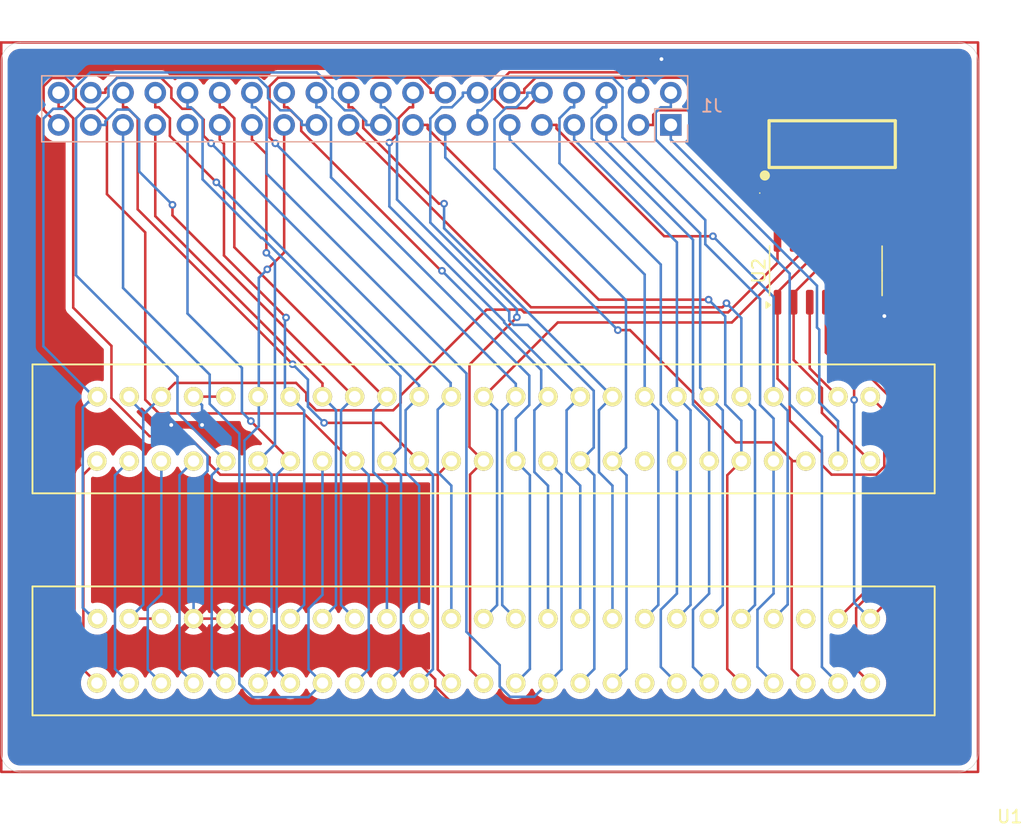
<source format=kicad_pcb>
(kicad_pcb (version 20240108) (generator "pcbnew") (generator_version "8.0")
  (layers (0 "F.Cu" signal) (31 "B.Cu" signal) (34 "B.Paste" user) (35 "F.Paste" user) (36 "B.SilkS" user "B.Silkscreen") (37 "F.SilkS" user "F.Silkscreen") (38 "B.Mask" user) (39 "F.Mask" user) (44 "Edge.Cuts" user))
  (net 0 "")
  (net 1 "/SLTSL_0")
  (net 2 "/A4")
  (net 3 "/D5")
  (net 4 "/D3")
  (net 5 "/A15")
  (net 6 "/A3")
  (net 7 "/MREQ")
  (net 8 "/D6")
  (net 9 "/SOUNDIN")
  (net 10 "/RESET")
  (net 11 "+5V")
  (net 12 "/A2")
  (net 13 "/A13")
  (net 14 "/INT")
  (net 15 "/M1")
  (net 16 "/A11")
  (net 17 "/D1")
  (net 18 "/A7")
  (net 19 "/D7")
  (net 20 "/RD")
  (net 21 "/SLTSL_1")
  (net 22 "/WAIT")
  (net 23 "/WR")
  (net 24 "/CLOCK")
  (net 25 "/A6")
  (net 26 "/A9")
  (net 27 "GND")
  (net 28 "/IORQ")
  (net 29 "/D0")
  (net 30 "/D2")
  (net 31 "/A12")
  (net 32 "/A0")
  (net 33 "/A8")
  (net 34 "/A1")
  (net 35 "/BUSDIR")
  (net 36 "/A14")
  (net 37 "/A5")
  (net 38 "/D4")
  (net 39 "/RFSH")
  (net 40 "/A10")
  (net 41 "/-12V")
  (net 42 "/SW1")
  (net 43 "/CS12_0")
  (net 44 "/SW2")
  (net 45 "/+12V")
  (net 46 "/CS2_0")
  (net 49 "/CS1_0")
  (net 50 "/CS12_1")
  (net 51 "/CS1_1")
  (net 52 "/CS2_1")
  (net 55 "/SLTSL1")
  (net 60 "/SLTSL0")
  (footprint "Package_SO:SOIC-14_3.9x8.7mm_P1.27mm" (layer "F.Cu") (at 173.5 91 90)
    (property "Reference" "U2")
    (property "Value" "74LS08")
  )
  (footprint "msx:MSX_SLOT" (layer "F.Cu") (at 147.58 102.08)
    (property "Reference" "P1" (hide yes))
    (property "Value" "CONN_MSXSLOT" (hide yes))
  )
  (footprint "msx:MSX_SLOT" (layer "F.Cu") (at 147.58 119.58)
    (property "Reference" "P2" (hide yes))
    (property "Value" "CONN_MSXSLOT" (hide yes))
  )
  (footprint "msx:SOIC-16_L10.8-W4.5-P1.27-LS6.8-BL" (layer "F.Cu") (at 174 81)
    (property "Reference" "U1")
    (property "Value" "74LS139")
  )
  (footprint "Connector_PinHeader_2.54mm:PinHeader_2x20_P2.54mm_Vertical" (layer "B.Cu") (at 161.28 79.5 90)
    (property "Reference" "J1")
    (property "Value" "Conn_02x20_Odd_Even")
  )
  (gr_rect (start 108.5 73) (end 185.5 130.5) (stroke (width 0.2)) (fill none) (layer "F.Cu"))
  (gr_line (start 110 73) (end 184 73) (stroke (width 0.05)) (layer "Edge.Cuts"))
  (gr_line (start 185.5 74.5) (end 185.5 129) (stroke (width 0.05)) (layer "Edge.Cuts"))
  (gr_arc (start 185.5 129) (mid 185.06066 130.06066) (end 184 130.5) (stroke (width 0.05)) (layer "Edge.Cuts"))
  (gr_line (start 108.5 129) (end 108.5 74.5) (stroke (width 0.05)) (layer "Edge.Cuts"))
  (gr_arc (start 110 130.5) (mid 108.93934 130.06066) (end 108.5 129) (stroke (width 0.05)) (layer "Edge.Cuts"))
  (gr_arc (start 108.5 74.5) (mid 108.93934 73.43934) (end 110 73) (stroke (width 0.05)) (layer "Edge.Cuts"))
  (gr_arc (start 184 73) (mid 185.06066 73.43934) (end 185.5 74.5) (stroke (width 0.05)) (layer "Edge.Cuts"))
  (gr_line (start 184 130.5) (end 110 130.5) (stroke (width 0.05)) (layer "Edge.Cuts"))
  (segment (start 161.28 80.6517) (end 172.802 92.1742) (width 0.2) (layer "B.Cu") (net 1))
  (segment (start 172.984 95.6456) (end 172.984 101.376) (width 0.2) (layer "B.Cu") (net 1))
  (segment (start 174.46 102.852) (end 174.46 106) (width 0.2) (layer "B.Cu") (net 1))
  (segment (start 161.28 79.5) (end 161.28 80.6517) (width 0.2) (layer "B.Cu") (net 1))
  (segment (start 172.984 101.376) (end 174.46 102.852) (width 0.2) (layer "B.Cu") (net 1))
  (segment (start 172.802 92.1742) (end 172.802 95.4644) (width 0.2) (layer "B.Cu") (net 1))
  (segment (start 172.802 95.4644) (end 172.984 95.6456) (width 0.2) (layer "B.Cu") (net 1))
  (segment (start 123.46 78.1117) (end 124.369 79.0209) (width 0.2) (layer "B.Cu") (net 2))
  (segment (start 123.18 78.1117) (end 123.46 78.1117) (width 0.2) (layer "B.Cu") (net 2))
  (segment (start 124.369 79.0209) (end 124.369 83.7942) (width 0.2) (layer "B.Cu") (net 2))
  (segment (start 139.964 104.936) (end 138.9 106) (width 0.2) (layer "B.Cu") (net 2))
  (segment (start 123.18 76.96) (end 123.18 78.1117) (width 0.2) (layer "B.Cu") (net 2))
  (segment (start 129.088 88.4137) (end 139.964 99.2893) (width 0.2) (layer "B.Cu") (net 2))
  (segment (start 124.369 83.7942) (end 128.988 88.4137) (width 0.2) (layer "B.Cu") (net 2))
  (segment (start 140.011 107.111) (end 138.9 106) (width 0.2) (layer "B.Cu") (net 2))
  (segment (start 140.011 122.389) (end 140.011 107.111) (width 0.2) (layer "B.Cu") (net 2))
  (segment (start 138.9 123.5) (end 140.011 122.389) (width 0.2) (layer "B.Cu") (net 2))
  (segment (start 128.988 88.4137) (end 129.088 88.4137) (width 0.2) (layer "B.Cu") (net 2))
  (segment (start 139.964 99.2893) (end 139.964 104.936) (width 0.2) (layer "B.Cu") (net 2))
  (segment (start 125.72 80.6517) (end 126.056 80.9875) (width 0.2) (layer "F.Cu") (net 3))
  (segment (start 126.056 89.7918) (end 130.949 94.685) (width 0.2) (layer "F.Cu") (net 3))
  (segment (start 125.72 79.5) (end 125.72 80.6517) (width 0.2) (layer "F.Cu") (net 3))
  (segment (start 126.056 80.9875) (end 126.056 89.7918) (width 0.2) (layer "F.Cu") (net 3))
  (via (at 130.949 94.685) (size 0.6) (drill 0.3) (layers "F.Cu" "B.Cu") (net 3))
  (segment (start 131.28 100.92) (end 132.378 102.018) (width 0.2) (layer "B.Cu") (net 3))
  (segment (start 130.862 94.7722) (end 130.862 100.502) (width 0.2) (layer "B.Cu") (net 3))
  (segment (start 130.949 94.685) (end 130.862 94.7722) (width 0.2) (layer "B.Cu") (net 3))
  (segment (start 130.862 100.502) (end 131.28 100.92) (width 0.2) (layer "B.Cu") (net 3))
  (segment (start 132.378 102.018) (end 132.378 117.322) (width 0.2) (layer "B.Cu") (net 3))
  (segment (start 132.378 117.322) (end 131.28 118.42) (width 0.2) (layer "B.Cu") (net 3))
  (segment (start 133.82 100.92) (end 133.82 99.8694) (width 0.2) (layer "F.Cu") (net 4))
  (segment (start 133.82 99.8694) (end 120.64 86.6894) (width 0.2) (layer "F.Cu") (net 4))
  (segment (start 120.64 86.6894) (end 120.64 79.5) (width 0.2) (layer "F.Cu") (net 4))
  (segment (start 133.82 100.92) (end 134.884 101.984) (width 0.2) (layer "B.Cu") (net 4))
  (segment (start 134.884 117.356) (end 133.82 118.42) (width 0.2) (layer "B.Cu") (net 4))
  (segment (start 134.884 101.984) (end 134.884 117.356) (width 0.2) (layer "B.Cu") (net 4))
  (segment (start 172.095 83.9718) (end 172.095 82.7701) (width 0.2) (layer "F.Cu") (net 5))
  (segment (start 172.095 82.7701) (end 173.365 81.5001) (width 0.2) (layer "F.Cu") (net 5))
  (segment (start 173.365 76.8265) (end 171.891 75.3524) (width 0.2) (layer "F.Cu") (net 5))
  (segment (start 171.891 75.3524) (end 148.553 75.3524) (width 0.2) (layer "F.Cu") (net 5))
  (segment (start 147.41 76.4958) (end 147.41 77.4781) (width 0.2) (layer "F.Cu") (net 5))
  (segment (start 148.553 75.3524) (end 147.41 76.4958) (width 0.2) (layer "F.Cu") (net 5))
  (segment (start 147.41 77.4781) (end 148.102 78.1701) (width 0.2) (layer "F.Cu") (net 5))
  (segment (start 173.365 78.0282) (end 173.365 76.8265) (width 0.2) (layer "F.Cu") (net 5))
  (segment (start 148.102 78.1701) (end 149.91 78.1701) (width 0.2) (layer "F.Cu") (net 5))
  (segment (start 149.91 78.1701) (end 151.12 76.96) (width 0.2) (layer "F.Cu") (net 5))
  (segment (start 173.365 81.5001) (end 173.365 78.0282) (width 0.2) (layer "F.Cu") (net 5))
  (segment (start 157.791 122.389) (end 157.791 107.111) (width 0.2) (layer "B.Cu") (net 5))
  (segment (start 156.68 106) (end 157.744 104.936) (width 0.2) (layer "B.Cu") (net 5))
  (segment (start 148.313 78.1117) (end 149.105 78.1117) (width 0.2) (layer "B.Cu") (net 5))
  (segment (start 156.68 123.5) (end 157.791 122.389) (width 0.2) (layer "B.Cu") (net 5))
  (segment (start 157.791 107.111) (end 156.68 106) (width 0.2) (layer "B.Cu") (net 5))
  (segment (start 147.381 79.0438) (end 148.313 78.1117) (width 0.2) (layer "B.Cu") (net 5))
  (segment (start 157.744 93.3203) (end 147.381 82.9574) (width 0.2) (layer "B.Cu") (net 5))
  (segment (start 157.744 104.936) (end 157.744 93.3203) (width 0.2) (layer "B.Cu") (net 5))
  (segment (start 149.105 78.1117) (end 149.968 77.248) (width 0.2) (layer "B.Cu") (net 5))
  (segment (start 149.968 77.248) (end 149.968 76.96) (width 0.2) (layer "B.Cu") (net 5))
  (segment (start 149.968 76.96) (end 151.12 76.96) (width 0.2) (layer "B.Cu") (net 5))
  (segment (start 147.381 82.9574) (end 147.381 79.0438) (width 0.2) (layer "B.Cu") (net 5))
  (segment (start 121.792 78.9754) (end 121.792 80.3663) (width 0.2) (layer "F.Cu") (net 6))
  (segment (start 121.792 80.3663) (end 125.454 84.0287) (width 0.2) (layer "F.Cu") (net 6))
  (segment (start 120.64 78.1117) (end 120.928 78.1117) (width 0.2) (layer "F.Cu") (net 6))
  (segment (start 120.64 76.96) (end 120.64 78.1117) (width 0.2) (layer "F.Cu") (net 6))
  (segment (start 120.928 78.1117) (end 121.792 78.9754) (width 0.2) (layer "F.Cu") (net 6))
  (via (at 125.454 84.0287) (size 0.6) (drill 0.3) (layers "F.Cu" "B.Cu") (net 6))
  (segment (start 141.44 107.938) (end 140.376 106.875) (width 0.2) (layer "B.Cu") (net 6))
  (segment (start 141.44 100.015) (end 125.454 84.0287) (width 0.2) (layer "B.Cu") (net 6))
  (segment (start 141.44 118.42) (end 141.44 107.938) (width 0.2) (layer "B.Cu") (net 6))
  (segment (start 140.376 106.875) (end 140.376 101.984) (width 0.2) (layer "B.Cu") (net 6))
  (segment (start 141.44 100.92) (end 141.44 100.015) (width 0.2) (layer "B.Cu") (net 6))
  (segment (start 140.376 101.984) (end 141.44 100.92) (width 0.2) (layer "B.Cu") (net 6))
  (segment (start 163.03 117.716) (end 163.03 122.23) (width 0.2) (layer "B.Cu") (net 7))
  (segment (start 164.3 106) (end 164.3 116.446) (width 0.2) (layer "B.Cu") (net 7))
  (segment (start 163.03 101.539) (end 164.3 102.809) (width 0.2) (layer "B.Cu") (net 7))
  (segment (start 163.03 88.5515) (end 163.03 101.539) (width 0.2) (layer "B.Cu") (net 7))
  (segment (start 155.044 80.5653) (end 163.03 88.5515) (width 0.2) (layer "B.Cu") (net 7))
  (segment (start 156.2 76.96) (end 156.2 78.1117) (width 0.2) (layer "B.Cu") (net 7))
  (segment (start 155.912 78.1117) (end 155.044 78.98) (width 0.2) (layer "B.Cu") (net 7))
  (segment (start 163.03 122.23) (end 164.3 123.5) (width 0.2) (layer "B.Cu") (net 7))
  (segment (start 156.2 78.1117) (end 155.912 78.1117) (width 0.2) (layer "B.Cu") (net 7))
  (segment (start 164.3 116.446) (end 163.03 117.716) (width 0.2) (layer "B.Cu") (net 7))
  (segment (start 164.3 102.809) (end 164.3 106) (width 0.2) (layer "B.Cu") (net 7))
  (segment (start 155.044 78.98) (end 155.044 80.5653) (width 0.2) (layer "B.Cu") (net 7))
  (segment (start 128.26 80.6517) (end 129.398 81.7898) (width 0.2) (layer "F.Cu") (net 8))
  (segment (start 129.398 81.7898) (end 129.398 89.581) (width 0.2) (layer "F.Cu") (net 8))
  (segment (start 128.26 79.5) (end 128.26 80.6517) (width 0.2) (layer "F.Cu") (net 8))
  (via (at 129.398 89.581) (size 0.6) (drill 0.3) (layers "F.Cu" "B.Cu") (net 8))
  (segment (start 129.805 107.065) (end 129.805 122.435) (width 0.2) (layer "B.Cu") (net 8))
  (segment (start 130.073 90.2557) (end 129.398 89.581) (width 0.2) (layer "B.Cu") (net 8))
  (segment (start 128.74 106) (end 129.805 107.065) (width 0.2) (layer "B.Cu") (net 8))
  (segment (start 130.073 104.667) (end 130.073 90.2557) (width 0.2) (layer "B.Cu") (net 8))
  (segment (start 129.805 122.435) (end 128.74 123.5) (width 0.2) (layer "B.Cu") (net 8))
  (segment (start 128.74 106) (end 130.073 104.667) (width 0.2) (layer "B.Cu") (net 8))
  (segment (start 113.414 78.23) (end 114.196 77.4477) (width 0.2) (layer "B.Cu") (net 9))
  (segment (start 114.196 76.6895) (end 115.523 75.3627) (width 0.2) (layer "B.Cu") (net 9))
  (segment (start 115.648 101.352) (end 116.08 100.92) (width 0.2) (layer "B.Cu") (net 9))
  (segment (start 115.358 117.988) (end 115.648 117.988) (width 0.2) (layer "B.Cu") (net 9))
  (segment (start 114.926 117.556) (end 114.926 101.784) (width 0.2) (layer "B.Cu") (net 9))
  (segment (start 115.79 100.92) (end 111.821 96.9509) (width 0.2) (layer "B.Cu") (net 9))
  (segment (start 115.79 118.42) (end 115.358 117.988) (width 0.2) (layer "B.Cu") (net 9))
  (segment (start 114.196 77.4477) (end 114.196 76.6895) (width 0.2) (layer "B.Cu") (net 9))
  (segment (start 115.358 101.352) (end 115.79 100.92) (width 0.2) (layer "B.Cu") (net 9))
  (segment (start 115.648 117.988) (end 116.08 118.42) (width 0.2) (layer "B.Cu") (net 9))
  (segment (start 112.592 78.23) (end 113.414 78.23) (width 0.2) (layer "B.Cu") (net 9))
  (segment (start 111.821 79.0014) (end 112.592 78.23) (width 0.2) (layer "B.Cu") (net 9))
  (segment (start 136.405 78.3483) (end 137.268 79.212) (width 0.2) (layer "B.Cu") (net 9))
  (segment (start 133.379 75.3627) (end 134.61 76.5941) (width 0.2) (layer "B.Cu") (net 9))
  (segment (start 111.821 96.9509) (end 111.821 79.0014) (width 0.2) (layer "B.Cu") (net 9))
  (segment (start 137.268 79.212) (end 137.268 79.5) (width 0.2) (layer "B.Cu") (net 9))
  (segment (start 134.61 77.3784) (end 135.58 78.3483) (width 0.2) (layer "B.Cu") (net 9))
  (segment (start 115.523 75.3627) (end 133.379 75.3627) (width 0.2) (layer "B.Cu") (net 9))
  (segment (start 115.358 101.352) (end 115.648 101.352) (width 0.2) (layer "B.Cu") (net 9))
  (segment (start 135.58 78.3483) (end 136.405 78.3483) (width 0.2) (layer "B.Cu") (net 9))
  (segment (start 137.268 79.5) (end 138.42 79.5) (width 0.2) (layer "B.Cu") (net 9))
  (segment (start 115.358 117.988) (end 114.926 117.556) (width 0.2) (layer "B.Cu") (net 9))
  (segment (start 134.61 76.5941) (end 134.61 77.3784) (width 0.2) (layer "B.Cu") (net 9))
  (segment (start 114.926 101.784) (end 115.358 101.352) (width 0.2) (layer "B.Cu") (net 9))
  (segment (start 160.296 117.342) (end 159.22 118.418) (width 0.2) (layer "B.Cu") (net 10))
  (segment (start 159.22 91.2917) (end 159.22 100.92) (width 0.2) (layer "B.Cu") (net 10))
  (segment (start 160.296 101.996) (end 160.296 117.342) (width 0.2) (layer "B.Cu") (net 10))
  (segment (start 148.58 79.5) (end 148.58 80.6517) (width 0.2) (layer "B.Cu") (net 10))
  (segment (start 159.22 118.418) (end 159.22 118.42) (width 0.2) (layer "B.Cu") (net 10))
  (segment (start 148.58 80.6517) (end 159.22 91.2917) (width 0.2) (layer "B.Cu") (net 10))
  (segment (start 159.22 100.92) (end 160.296 101.996) (width 0.2) (layer "B.Cu") (net 10))
  (segment (start 170.19 79.8649) (end 170.19 88.025) (width 0.2) (layer "F.Cu") (net 11))
  (segment (start 132.55 100.648) (end 132.55 101.224) (width 0.2) (layer "F.Cu") (net 11))
  (segment (start 159.892 78.7082) (end 160.252 78.3483) (width 0.2) (layer "F.Cu") (net 11))
  (segment (start 139.985 101.406) (end 139.985 100.828) (width 0.2) (layer "F.Cu") (net 11))
  (segment (start 165.794 94.278) (end 169.69 90.382) (width 0.2) (layer "F.Cu") (net 11))
  (segment (start 168.424 78.3483) (end 169.306 79.2299) (width 0.2) (layer "F.Cu") (net 11))
  (segment (start 169.69 90.382) (end 169.69 88.525) (width 0.2) (layer "F.Cu") (net 11))
  (segment (start 146.753 94.0598) (end 149.498 94.0598) (width 0.2) (layer "F.Cu") (net 11))
  (segment (start 169.555 78.0282) (end 169.555 79.2299) (width 0.2) (layer "F.Cu") (net 11))
  (segment (start 133.322 101.996) (end 139.396 101.996) (width 0.2) (layer "F.Cu") (net 11))
  (segment (start 159.892 79.5) (end 159.892 78.7082) (width 0.2) (layer "F.Cu") (net 11))
  (segment (start 169.306 79.2299) (end 169.555 79.2299) (width 0.2) (layer "F.Cu") (net 11))
  (segment (start 149.498 94.0598) (end 149.716 94.278) (width 0.2) (layer "F.Cu") (net 11))
  (segment (start 131.741 99.8387) (end 132.55 100.648) (width 0.2) (layer "F.Cu") (net 11))
  (segment (start 139.396 101.996) (end 139.985 101.406) (width 0.2) (layer "F.Cu") (net 11))
  (segment (start 160.252 78.3483) (end 168.424 78.3483) (width 0.2) (layer "F.Cu") (net 11))
  (segment (start 122.201 99.8387) (end 131.741 99.8387) (width 0.2) (layer "F.Cu") (net 11))
  (segment (start 149.716 94.278) (end 165.794 94.278) (width 0.2) (layer "F.Cu") (net 11))
  (segment (start 118.58 118.42) (end 121.12 118.42) (width 0.2) (layer "F.Cu") (net 11))
  (segment (start 170.19 88.025) (end 169.69 88.525) (width 0.2) (layer "F.Cu") (net 11))
  (segment (start 132.55 101.224) (end 133.322 101.996) (width 0.2) (layer "F.Cu") (net 11))
  (segment (start 158.74 79.5) (end 159.892 79.5) (width 0.2) (layer "F.Cu") (net 11))
  (segment (start 169.555 79.2299) (end 170.19 79.8649) (width 0.2) (layer "F.Cu") (net 11))
  (segment (start 121.12 100.92) (end 122.201 99.8387) (width 0.2) (layer "F.Cu") (net 11))
  (segment (start 139.985 100.828) (end 146.753 94.0598) (width 0.2) (layer "F.Cu") (net 11))
  (segment (start 118.58 101.079) (end 118.58 100.92) (width 0.2) (layer "B.Cu") (net 11))
  (segment (start 119.85 102.19) (end 119.691 102.19) (width 0.2) (layer "B.Cu") (net 11))
  (segment (start 119.691 102.19) (end 118.58 101.079) (width 0.2) (layer "B.Cu") (net 11))
  (segment (start 118.58 118.42) (end 119.691 117.309) (width 0.2) (layer "B.Cu") (net 11))
  (segment (start 121.12 100.92) (end 119.85 102.19) (width 0.2) (layer "B.Cu") (net 11))
  (segment (start 119.691 117.309) (end 119.691 102.19) (width 0.2) (layer "B.Cu") (net 11))
  (segment (start 119.252 78.9754) (end 119.252 86.152) (width 0.2) (layer "F.Cu") (net 12))
  (segment (start 118.1 76.96) (end 118.1 78.1117) (width 0.2) (layer "F.Cu") (net 12))
  (segment (start 138.426 102.986) (end 141.44 106) (width 0.2) (layer "F.Cu") (net 12))
  (segment (start 118.1 78.1117) (end 118.388 78.1117) (width 0.2) (layer "F.Cu") (net 12))
  (segment (start 133.947 102.986) (end 138.426 102.986) (width 0.2) (layer "F.Cu") (net 12))
  (segment (start 119.252 86.152) (end 131.464 98.3638) (width 0.2) (layer "F.Cu") (net 12))
  (segment (start 118.388 78.1117) (end 119.252 78.9754) (width 0.2) (layer "F.Cu") (net 12))
  (via (at 133.947 102.986) (size 0.6) (drill 0.3) (layers "F.Cu" "B.Cu") (net 12))
  (via (at 131.464 98.3638) (size 0.6) (drill 0.3) (layers "F.Cu" "B.Cu") (net 12))
  (segment (start 132.673 99.5734) (end 132.673 101.712) (width 0.2) (layer "B.Cu") (net 12))
  (segment (start 132.673 101.712) (end 133.947 102.986) (width 0.2) (layer "B.Cu") (net 12))
  (segment (start 141.44 123.5) (end 142.527 122.413) (width 0.2) (layer "B.Cu") (net 12))
  (segment (start 142.527 107.087) (end 141.44 106) (width 0.2) (layer "B.Cu") (net 12))
  (segment (start 131.464 98.3638) (end 132.673 99.5734) (width 0.2) (layer "B.Cu") (net 12))
  (segment (start 142.527 122.413) (end 142.527 107.087) (width 0.2) (layer "B.Cu") (net 12))
  (segment (start 145.456 107.064) (end 146.52 106) (width 0.2) (layer "F.Cu") (net 13))
  (segment (start 149.145 94.6615) (end 145.409 98.3982) (width 0.2) (layer "F.Cu") (net 13))
  (segment (start 145.456 122.436) (end 145.456 107.064) (width 0.2) (layer "F.Cu") (net 13))
  (segment (start 145.409 104.889) (end 146.52 106) (width 0.2) (layer "F.Cu") (net 13))
  (segment (start 146.52 123.5) (end 145.456 122.436) (width 0.2) (layer "F.Cu") (net 13))
  (segment (start 145.409 98.3982) (end 145.409 104.889) (width 0.2) (layer "F.Cu") (net 13))
  (via (at 149.145 94.6615) (size 0.6) (drill 0.3) (layers "F.Cu" "B.Cu") (net 13))
  (segment (start 149.145 94.0225) (end 149.145 94.6615) (width 0.2) (layer "B.Cu") (net 13))
  (segment (start 142.321 87.1983) (end 149.145 94.0225) (width 0.2) (layer "B.Cu") (net 13))
  (segment (start 143.2 78.1117) (end 142.321 78.9904) (width 0.2) (layer "B.Cu") (net 13))
  (segment (start 144.888 77.248) (end 144.025 78.1117) (width 0.2) (layer "B.Cu") (net 13))
  (segment (start 144.025 78.1117) (end 143.2 78.1117) (width 0.2) (layer "B.Cu") (net 13))
  (segment (start 142.321 78.9904) (end 142.321 87.1983) (width 0.2) (layer "B.Cu") (net 13))
  (segment (start 144.888 76.96) (end 144.888 77.248) (width 0.2) (layer "B.Cu") (net 13))
  (segment (start 146.04 76.96) (end 144.888 76.96) (width 0.2) (layer "B.Cu") (net 13))
  (segment (start 157.47 80.4725) (end 163.997 86.9996) (width 0.2) (layer "B.Cu") (net 14))
  (segment (start 146.04 78.3483) (end 146.328 78.3483) (width 0.2) (layer "B.Cu") (net 14))
  (segment (start 168.316 93.2225) (end 168.316 101.58) (width 0.2) (layer "B.Cu") (net 14))
  (segment (start 147.192 77.4846) (end 147.192 76.6844) (width 0.2) (layer "B.Cu") (net 14))
  (segment (start 147.192 76.6844) (end 148.108 75.7682) (width 0.2) (layer "B.Cu") (net 14))
  (segment (start 146.328 78.3483) (end 147.192 77.4846) (width 0.2) (layer "B.Cu") (net 14))
  (segment (start 168.11 117.716) (end 169.38 116.446) (width 0.2) (layer "B.Cu") (net 14))
  (segment (start 146.04 79.5) (end 146.04 78.3483) (width 0.2) (layer "B.Cu") (net 14))
  (segment (start 169.38 123.5) (end 168.11 122.23) (width 0.2) (layer "B.Cu") (net 14))
  (segment (start 157.47 76.5621) (end 157.47 80.4725) (width 0.2) (layer "B.Cu") (net 14))
  (segment (start 163.997 88.9033) (end 168.316 93.2225) (width 0.2) (layer "B.Cu") (net 14))
  (segment (start 168.316 101.58) (end 169.38 102.644) (width 0.2) (layer "B.Cu") (net 14))
  (segment (start 168.11 122.23) (end 168.11 117.716) (width 0.2) (layer "B.Cu") (net 14))
  (segment (start 148.108 75.7682) (end 156.676 75.7682) (width 0.2) (layer "B.Cu") (net 14))
  (segment (start 156.676 75.7682) (end 157.47 76.5621) (width 0.2) (layer "B.Cu") (net 14))
  (segment (start 169.38 102.644) (end 169.38 106) (width 0.2) (layer "B.Cu") (net 14))
  (segment (start 163.997 86.9996) (end 163.997 88.9033) (width 0.2) (layer "B.Cu") (net 14))
  (segment (start 169.38 116.446) (end 169.38 106) (width 0.2) (layer "B.Cu") (net 14))
  (segment (start 150.256 93.8763) (end 165.345 93.8763) (width 0.2) (layer "F.Cu") (net 15))
  (segment (start 165.345 93.8763) (end 165.667 93.5543) (width 0.2) (layer "F.Cu") (net 15))
  (segment (start 135.88 79.5) (end 150.256 93.8763) (width 0.2) (layer "F.Cu") (net 15))
  (via (at 165.667 93.5543) (size 0.6) (drill 0.3) (layers "F.Cu" "B.Cu") (net 15))
  (segment (start 166.84 100.92) (end 166.84 94.7275) (width 0.2) (layer "B.Cu") (net 15))
  (segment (start 166.84 94.7275) (end 165.667 93.5543) (width 0.2) (layer "B.Cu") (net 15))
  (segment (start 167.916 117.342) (end 166.84 118.418) (width 0.2) (layer "B.Cu") (net 15))
  (segment (start 166.84 118.418) (end 166.84 118.42) (width 0.2) (layer "B.Cu") (net 15))
  (segment (start 167.916 101.996) (end 167.916 117.342) (width 0.2) (layer "B.Cu") (net 15))
  (segment (start 166.84 100.92) (end 167.916 101.996) (width 0.2) (layer "B.Cu") (net 15))
  (segment (start 140.96 76.96) (end 140.96 78.1117) (width 0.2) (layer "F.Cu") (net 16))
  (segment (start 140.672 78.1117) (end 139.808 78.9754) (width 0.2) (layer "F.Cu") (net 16))
  (segment (start 139.808 78.9754) (end 139.808 80.18) (width 0.2) (layer "F.Cu") (net 16))
  (segment (start 139.808 80.18) (end 139.094 80.8942) (width 0.2) (layer "F.Cu") (net 16))
  (segment (start 140.96 78.1117) (end 140.672 78.1117) (width 0.2) (layer "F.Cu") (net 16))
  (via (at 139.094 80.8942) (size 0.6) (drill 0.3) (layers "F.Cu" "B.Cu") (net 16))
  (segment (start 153.065 106.864) (end 153.065 101.995) (width 0.2) (layer "B.Cu") (net 16))
  (segment (start 154.14 107.938) (end 153.065 106.864) (width 0.2) (layer "B.Cu") (net 16))
  (segment (start 153.985 100.92) (end 154.14 100.92) (width 0.2) (layer "B.Cu") (net 16))
  (segment (start 153.065 101.995) (end 154.14 100.92) (width 0.2) (layer "B.Cu") (net 16))
  (segment (start 154.14 118.42) (end 154.14 107.938) (width 0.2) (layer "B.Cu") (net 16))
  (segment (start 139.094 85.9259) (end 148.142 94.9738) (width 0.2) (layer "B.Cu") (net 16))
  (segment (start 139.094 80.8942) (end 139.094 85.9259) (width 0.2) (layer "B.Cu") (net 16))
  (segment (start 148.142 95.0769) (end 153.985 100.92) (width 0.2) (layer "B.Cu") (net 16))
  (segment (start 148.142 94.9738) (end 148.142 95.0769) (width 0.2) (layer "B.Cu") (net 16))
  (segment (start 136.286 100.92) (end 136.36 100.92) (width 0.2) (layer "F.Cu") (net 17))
  (segment (start 121.995 86.6287) (end 136.286 100.92) (width 0.2) (layer "F.Cu") (net 17))
  (segment (start 121.995 85.7979) (end 121.995 86.6287) (width 0.2) (layer "F.Cu") (net 17))
  (via (at 121.995 85.7979) (size 0.6) (drill 0.3) (layers "F.Cu" "B.Cu") (net 17))
  (segment (start 119.37 79.0817) (end 119.37 83.1733) (width 0.2) (layer "B.Cu") (net 17))
  (segment (start 135.285 117.345) (end 135.285 101.995) (width 0.2) (layer "B.Cu") (net 17))
  (segment (start 136.36 118.42) (end 135.285 117.345) (width 0.2) (layer "B.Cu") (net 17))
  (segment (start 135.285 101.995) (end 136.36 100.92) (width 0.2) (layer "B.Cu") (net 17))
  (segment (start 118.578 78.2899) (end 119.37 79.0817) (width 0.2) (layer "B.Cu") (net 17))
  (segment (start 116.712 79.5) (end 116.712 79.2121) (width 0.2) (layer "B.Cu") (net 17))
  (segment (start 117.634 78.2899) (end 118.578 78.2899) (width 0.2) (layer "B.Cu") (net 17))
  (segment (start 116.712 79.2121) (end 117.634 78.2899) (width 0.2) (layer "B.Cu") (net 17))
  (segment (start 115.56 79.5) (end 116.712 79.5) (width 0.2) (layer "B.Cu") (net 17))
  (segment (start 119.37 83.1733) (end 121.995 85.7979) (width 0.2) (layer "B.Cu") (net 17))
  (segment (start 132.144 79.9727) (end 143.17 90.9992) (width 0.2) (layer "F.Cu") (net 18))
  (segment (start 130.8 76.96) (end 130.8 78.1117) (width 0.2) (layer "F.Cu") (net 18))
  (segment (start 143.17 90.9992) (end 143.242 90.9992) (width 0.2) (layer "F.Cu") (net 18))
  (segment (start 132.144 79.1867) (end 132.144 79.9727) (width 0.2) (layer "F.Cu") (net 18))
  (segment (start 130.8 78.1117) (end 131.068 78.1117) (width 0.2) (layer "F.Cu") (net 18))
  (segment (start 131.068 78.1117) (end 132.144 79.1867) (width 0.2) (layer "F.Cu") (net 18))
  (via (at 143.242 90.9992) (size 0.6) (drill 0.3) (layers "F.Cu" "B.Cu") (net 18))
  (segment (start 151.6 118.42) (end 151.6 107.938) (width 0.2) (layer "B.Cu") (net 18))
  (segment (start 151.063 100.92) (end 151.6 100.92) (width 0.2) (layer "B.Cu") (net 18))
  (segment (start 151.063 98.8195) (end 151.063 100.92) (width 0.2) (layer "B.Cu") (net 18))
  (segment (start 143.242 90.9992) (end 151.063 98.8195) (width 0.2) (layer "B.Cu") (net 18))
  (segment (start 150.525 106.864) (end 150.525 101.995) (width 0.2) (layer "B.Cu") (net 18))
  (segment (start 150.525 101.995) (end 151.063 101.457) (width 0.2) (layer "B.Cu") (net 18))
  (segment (start 151.063 101.457) (end 151.063 100.92) (width 0.2) (layer "B.Cu") (net 18))
  (segment (start 151.6 107.938) (end 150.525 106.864) (width 0.2) (layer "B.Cu") (net 18))
  (segment (start 130.8 79.5) (end 130.8 89.5559) (width 0.2) (layer "F.Cu") (net 19))
  (segment (start 130.8 89.5559) (end 129.471 90.8848) (width 0.2) (layer "F.Cu") (net 19))
  (via (at 129.471 90.8848) (size 0.6) (drill 0.3) (layers "F.Cu" "B.Cu") (net 19))
  (segment (start 129.471 90.8848) (end 128.802 91.5534) (width 0.2) (layer "B.Cu") (net 19))
  (segment (start 128.74 100.92) (end 128.802 100.92) (width 0.2) (layer "B.Cu") (net 19))
  (segment (start 128.802 103.254) (end 128.802 100.92) (width 0.2) (layer "B.Cu") (net 19))
  (segment (start 128.802 91.5534) (end 128.802 100.92) (width 0.2) (layer "B.Cu") (net 19))
  (segment (start 127.672 104.384) (end 128.802 103.254) (width 0.2) (layer "B.Cu") (net 19))
  (segment (start 127.672 117.352) (end 127.672 104.384) (width 0.2) (layer "B.Cu") (net 19))
  (segment (start 128.74 118.42) (end 127.672 117.352) (width 0.2) (layer "B.Cu") (net 19))
  (segment (start 161.76 106) (end 161.76 116.446) (width 0.2) (layer "B.Cu") (net 20))
  (segment (start 161.76 102.809) (end 161.76 106) (width 0.2) (layer "B.Cu") (net 20))
  (segment (start 152.504 78.98) (end 152.504 82.521) (width 0.2) (layer "B.Cu") (net 20))
  (segment (start 152.504 82.521) (end 160.49 90.5072) (width 0.2) (layer "B.Cu") (net 20))
  (segment (start 160.49 101.539) (end 161.76 102.809) (width 0.2) (layer "B.Cu") (net 20))
  (segment (start 153.372 78.1117) (end 152.504 78.98) (width 0.2) (layer "B.Cu") (net 20))
  (segment (start 161.76 116.446) (end 160.49 117.716) (width 0.2) (layer "B.Cu") (net 20))
  (segment (start 153.66 76.96) (end 153.66 78.1117) (width 0.2) (layer "B.Cu") (net 20))
  (segment (start 153.66 78.1117) (end 153.372 78.1117) (width 0.2) (layer "B.Cu") (net 20))
  (segment (start 160.49 122.23) (end 161.76 123.5) (width 0.2) (layer "B.Cu") (net 20))
  (segment (start 160.49 90.5072) (end 160.49 101.539) (width 0.2) (layer "B.Cu") (net 20))
  (segment (start 160.49 117.716) (end 160.49 122.23) (width 0.2) (layer "B.Cu") (net 20))
  (segment (start 170.65 91.2125) (end 170.65 101.526) (width 0.2) (layer "B.Cu") (net 21))
  (segment (start 160.488 78.1117) (end 160.089 78.5105) (width 0.2) (layer "B.Cu") (net 21))
  (segment (start 160.089 80.6519) (end 170.65 91.2125) (width 0.2) (layer "B.Cu") (net 21))
  (segment (start 161.28 76.96) (end 161.28 78.1117) (width 0.2) (layer "B.Cu") (net 21))
  (segment (start 173.19 104.066) (end 173.19 122.23) (width 0.2) (layer "B.Cu") (net 21))
  (segment (start 170.65 101.526) (end 173.19 104.066) (width 0.2) (layer "B.Cu") (net 21))
  (segment (start 161.28 78.1117) (end 160.488 78.1117) (width 0.2) (layer "B.Cu") (net 21))
  (segment (start 160.089 78.5105) (end 160.089 80.6519) (width 0.2) (layer "B.Cu") (net 21))
  (segment (start 173.19 122.23) (end 174.46 123.5) (width 0.2) (layer "B.Cu") (net 21))
  (segment (start 152.272 79.5) (end 152.272 79.7879) (width 0.2) (layer "F.Cu") (net 22))
  (segment (start 151.12 79.5) (end 152.272 79.5) (width 0.2) (layer "F.Cu") (net 22))
  (segment (start 152.272 79.7879) (end 160.759 88.2749) (width 0.2) (layer "F.Cu") (net 22))
  (segment (start 160.759 88.2749) (end 164.599 88.2749) (width 0.2) (layer "F.Cu") (net 22))
  (via (at 164.599 88.2749) (size 0.6) (drill 0.3) (layers "F.Cu" "B.Cu") (net 22))
  (segment (start 169.38 118.42) (end 170.491 117.309) (width 0.2) (layer "B.Cu") (net 22))
  (segment (start 164.599 88.2749) (end 169.38 93.0561) (width 0.2) (layer "B.Cu") (net 22))
  (segment (start 170.491 117.309) (end 170.491 102.031) (width 0.2) (layer "B.Cu") (net 22))
  (segment (start 169.38 93.0561) (end 169.38 100.92) (width 0.2) (layer "B.Cu") (net 22))
  (segment (start 170.491 102.031) (end 169.38 100.92) (width 0.2) (layer "B.Cu") (net 22))
  (segment (start 162.836 117.342) (end 161.76 118.418) (width 0.2) (layer "B.Cu") (net 23))
  (segment (start 162.836 101.996) (end 162.836 117.342) (width 0.2) (layer "B.Cu") (net 23))
  (segment (start 153.66 80.6517) (end 161.76 88.7517) (width 0.2) (layer "B.Cu") (net 23))
  (segment (start 161.76 88.7517) (end 161.76 100.92) (width 0.2) (layer "B.Cu") (net 23))
  (segment (start 161.76 118.418) (end 161.76 118.42) (width 0.2) (layer "B.Cu") (net 23))
  (segment (start 161.76 100.92) (end 162.836 101.996) (width 0.2) (layer "B.Cu") (net 23))
  (segment (start 153.66 79.5) (end 153.66 80.6517) (width 0.2) (layer "B.Cu") (net 23))
  (segment (start 126.2 106) (end 122.39 102.19) (width 0.2) (layer "B.Cu") (net 24))
  (segment (start 125.089 107.111) (end 126.2 106) (width 0.2) (layer "B.Cu") (net 24))
  (segment (start 128.722 75.7863) (end 129.53 76.5941) (width 0.2) (layer "B.Cu") (net 24))
  (segment (start 115.142 78.23) (end 115.975 78.23) (width 0.2) (layer "B.Cu") (net 24))
  (segment (start 125.089 122.389) (end 125.089 107.111) (width 0.2) (layer "B.Cu") (net 24))
  (segment (start 114.396 78.9752) (end 115.142 78.23) (width 0.2) (layer "B.Cu") (net 24))
  (segment (start 132.188 79.5) (end 133.34 79.5) (width 0.2) (layer "B.Cu") (net 24))
  (segment (start 114.396 91.3611) (end 114.396 78.9752) (width 0.2) (layer "B.Cu") (net 24))
  (segment (start 131.325 78.3483) (end 132.188 79.212) (width 0.2) (layer "B.Cu") (net 24))
  (segment (start 122.39 102.19) (end 122.39 99.3547) (width 0.2) (layer "B.Cu") (net 24))
  (segment (start 129.53 76.5941) (end 129.53 77.3784) (width 0.2) (layer "B.Cu") (net 24))
  (segment (start 116.948 77.2563) (end 116.948 76.4828) (width 0.2) (layer "B.Cu") (net 24))
  (segment (start 122.39 99.3547) (end 114.396 91.3611) (width 0.2) (layer "B.Cu") (net 24))
  (segment (start 116.948 76.4828) (end 117.645 75.7863) (width 0.2) (layer "B.Cu") (net 24))
  (segment (start 132.188 79.212) (end 132.188 79.5) (width 0.2) (layer "B.Cu") (net 24))
  (segment (start 130.5 78.3483) (end 131.325 78.3483) (width 0.2) (layer "B.Cu") (net 24))
  (segment (start 117.645 75.7863) (end 128.722 75.7863) (width 0.2) (layer "B.Cu") (net 24))
  (segment (start 115.975 78.23) (end 116.948 77.2563) (width 0.2) (layer "B.Cu") (net 24))
  (segment (start 126.2 123.5) (end 125.089 122.389) (width 0.2) (layer "B.Cu") (net 24))
  (segment (start 129.53 77.3784) (end 130.5 78.3483) (width 0.2) (layer "B.Cu") (net 24))
  (segment (start 152.665 122.435) (end 152.665 107.065) (width 0.2) (layer "B.Cu") (net 25))
  (segment (start 128.548 78.1117) (end 129.412 78.9754) (width 0.2) (layer "B.Cu") (net 25))
  (segment (start 147.79 123.764) (end 148.607 124.582) (width 0.2) (layer "B.Cu") (net 25))
  (segment (start 148.607 124.582) (end 150.518 124.582) (width 0.2) (layer "B.Cu") (net 25))
  (segment (start 151.6 123.5) (end 152.665 122.435) (width 0.2) (layer "B.Cu") (net 25))
  (segment (start 128.26 76.96) (end 128.26 78.1117) (width 0.2) (layer "B.Cu") (net 25))
  (segment (start 129.412 83.3352) (end 145.167 99.0903) (width 0.2) (layer "B.Cu") (net 25))
  (segment (start 145.167 119.458) (end 147.79 122.081) (width 0.2) (layer "B.Cu") (net 25))
  (segment (start 147.79 122.081) (end 147.79 123.764) (width 0.2) (layer "B.Cu") (net 25))
  (segment (start 152.665 107.065) (end 151.6 106) (width 0.2) (layer "B.Cu") (net 25))
  (segment (start 145.167 99.0903) (end 145.167 119.458) (width 0.2) (layer "B.Cu") (net 25))
  (segment (start 129.412 78.9754) (end 129.412 83.3352) (width 0.2) (layer "B.Cu") (net 25))
  (segment (start 128.26 78.1117) (end 128.548 78.1117) (width 0.2) (layer "B.Cu") (net 25))
  (segment (start 150.518 124.582) (end 151.6 123.5) (width 0.2) (layer "B.Cu") (net 25))
  (segment (start 142.995 85.705) (end 143.407 85.705) (width 0.2) (layer "F.Cu") (net 26))
  (segment (start 137.032 78.9754) (end 137.032 79.7416) (width 0.2) (layer "F.Cu") (net 26))
  (segment (start 135.88 76.96) (end 135.88 78.1117) (width 0.2) (layer "F.Cu") (net 26))
  (segment (start 137.032 79.7416) (end 142.995 85.705) (width 0.2) (layer "F.Cu") (net 26))
  (segment (start 135.88 78.1117) (end 136.168 78.1117) (width 0.2) (layer "F.Cu") (net 26))
  (segment (start 136.168 78.1117) (end 137.032 78.9754) (width 0.2) (layer "F.Cu") (net 26))
  (via (at 143.407 85.705) (size 0.6) (drill 0.3) (layers "F.Cu" "B.Cu") (net 26))
  (segment (start 155.616 106.875) (end 155.616 101.984) (width 0.2) (layer "B.Cu") (net 26))
  (segment (start 143.407 87.6466) (end 143.407 85.705) (width 0.2) (layer "B.Cu") (net 26))
  (segment (start 156.68 107.938) (end 155.616 106.875) (width 0.2) (layer "B.Cu") (net 26))
  (segment (start 156.68 100.92) (end 143.407 87.6466) (width 0.2) (layer "B.Cu") (net 26))
  (segment (start 156.68 118.42) (end 156.68 107.938) (width 0.2) (layer "B.Cu") (net 26))
  (segment (start 155.616 101.984) (end 156.68 100.92) (width 0.2) (layer "B.Cu") (net 26))
  (segment (start 142.71 123.2048) (end 140.4652 120.96) (width 0.2) (layer "F.Cu") (net 27))
  (segment (start 177.31 93.7631) (end 178.1142 94.5673) (width 0.2) (layer "F.Cu") (net 27))
  (segment (start 124.3283 103.1528) (end 121.8979 103.1528) (width 0.2) (layer "F.Cu") (net 27))
  (segment (start 144.0409 125.0768) (end 142.71 123.7459) (width 0.2) (layer "F.Cu") (net 27))
  (segment (start 177.31 93.475) (end 177.31 93.7631) (width 0.2) (layer "F.Cu") (net 27))
  (segment (start 142.71 123.7459) (end 142.71 123.2048) (width 0.2) (layer "F.Cu") (net 27))
  (segment (start 183.895 84.9202) (end 183.6417 85.1735) (width 0.2) (layer "F.Cu") (net 27))
  (segment (start 126.2 100.92) (end 123.66 100.92) (width 0.2) (layer "F.Cu") (net 27))
  (segment (start 178.445 83.9718) (end 178.445 85.1735) (width 0.2) (layer "F.Cu") (net 27))
  (segment (start 126.2 118.42) (end 123.66 118.42) (width 0.2) (layer "F.Cu") (net 27))
  (segment (start 183.895 125.0768) (end 144.0409 125.0768) (width 0.2) (layer "F.Cu") (net 27))
  (segment (start 140.4652 120.96) (end 128.74 120.96) (width 0.2) (layer "F.Cu") (net 27))
  (segment (start 183.6417 85.1735) (end 178.445 85.1735) (width 0.2) (layer "F.Cu") (net 27))
  (segment (start 183.7156 74.3106) (end 160.5422 74.3106) (width 0.2) (layer "F.Cu") (net 27))
  (segment (start 128.74 120.96) (end 126.2 118.42) (width 0.2) (layer "F.Cu") (net 27))
  (via (at 160.5422 74.3106) (size 0.6) (drill 0.3) (layers "F.Cu" "B.Cu") (net 27))
  (via (at 121.8979 103.1528) (size 0.6) (drill 0.3) (layers "F.Cu" "B.Cu") (net 27))
  (via (at 124.3283 103.1528) (size 0.6) (drill 0.3) (layers "F.Cu" "B.Cu") (net 27))
  (via (at 178.1142 94.5673) (size 0.6) (drill 0.3) (layers "F.Cu" "B.Cu") (net 27))
  (segment (start 158.74 75.8083) (end 159.0445 75.8083) (width 0.2) (layer "B.Cu") (net 27))
  (segment (start 178.1445 94.537) (end 178.1142 94.5673) (width 0.2) (layer "B.Cu") (net 27))
  (segment (start 158.74 76.96) (end 158.74 75.8083) (width 0.2) (layer "B.Cu") (net 27))
  (segment (start 123.66 107.8761) (end 123.66 118.42) (width 0.2) (layer "B.Cu") (net 27))
  (segment (start 123.66 100.92) (end 124.3283 101.5883) (width 0.2) (layer "B.Cu") (net 27))
  (segment (start 124.759 106.7771) (end 123.66 107.8761) (width 0.2) (layer "B.Cu") (net 27))
  (segment (start 124.3283 101.5883) (end 124.3283 103.1528) (width 0.2) (layer "B.Cu") (net 27))
  (segment (start 183.895 94.537) (end 178.1445 94.537) (width 0.2) (layer "B.Cu") (net 27))
  (segment (start 159.0445 75.8083) (end 160.5422 74.3106) (width 0.2) (layer "B.Cu") (net 27))
  (segment (start 121.8979 103.1528) (end 122.3245 103.1528) (width 0.2) (layer "B.Cu") (net 27))
  (segment (start 122.3245 103.1528) (end 124.759 105.5873) (width 0.2) (layer "B.Cu") (net 27))
  (segment (start 124.759 105.5873) (end 124.759 106.7771) (width 0.2) (layer "B.Cu") (net 27))
  (segment (start 163.595 88.0471) (end 163.595 100.215) (width 0.2) (layer "B.Cu") (net 28))
  (segment (start 165.376 101.996) (end 165.376 117.344) (width 0.2) (layer "B.Cu") (net 28))
  (segment (start 156.2 80.6517) (end 163.595 88.0471) (width 0.2) (layer "B.Cu") (net 28))
  (segment (start 165.376 117.344) (end 164.3 118.42) (width 0.2) (layer "B.Cu") (net 28))
  (segment (start 163.595 100.215) (end 164.3 100.92) (width 0.2) (layer "B.Cu") (net 28))
  (segment (start 156.2 79.5) (end 156.2 80.6517) (width 0.2) (layer "B.Cu") (net 28))
  (segment (start 164.3 100.92) (end 165.376 101.996) (width 0.2) (layer "B.Cu") (net 28))
  (segment (start 120.93 102.244) (end 132.354 102.244) (width 0.2) (layer "F.Cu") (net 29))
  (segment (start 116.83 79.0817) (end 116.83 84.9568) (width 0.2) (layer "F.Cu") (net 29))
  (segment (start 119.85 87.9768) (end 119.85 101.164) (width 0.2) (layer "F.Cu") (net 29))
  (segment (start 111.84 78.3202) (end 111.84 76.4486) (width 0.2) (layer "F.Cu") (net 29))
  (segment (start 132.354 102.244) (end 136.11 106) (width 0.2) (layer "F.Cu") (net 29))
  (segment (start 115.166 78.23) (end 115.978 78.23) (width 0.2) (layer "F.Cu") (net 29))
  (segment (start 119.85 101.164) (end 120.93 102.244) (width 0.2) (layer "F.Cu") (net 29))
  (segment (start 114.372 76.6261) (end 114.372 77.4358) (width 0.2) (layer "F.Cu") (net 29))
  (segment (start 113.548 75.8027) (end 114.372 76.6261) (width 0.2) (layer "F.Cu") (net 29))
  (segment (start 113.02 79.5) (end 111.84 78.3202) (width 0.2) (layer "F.Cu") (net 29))
  (segment (start 114.372 77.4358) (end 115.166 78.23) (width 0.2) (layer "F.Cu") (net 29))
  (segment (start 111.84 76.4486) (end 112.486 75.8027) (width 0.2) (layer "F.Cu") (net 29))
  (segment (start 115.978 78.23) (end 116.83 79.0817) (width 0.2) (layer "F.Cu") (net 29))
  (segment (start 112.486 75.8027) (end 113.548 75.8027) (width 0.2) (layer "F.Cu") (net 29))
  (segment (start 116.83 84.9568) (end 119.85 87.9768) (width 0.2) (layer "F.Cu") (net 29))
  (segment (start 136.11 106) (end 136.36 106) (width 0.2) (layer "F.Cu") (net 29))
  (segment (start 137.471 107.111) (end 137.471 122.389) (width 0.2) (layer "B.Cu") (net 29))
  (segment (start 137.471 122.389) (end 136.36 123.5) (width 0.2) (layer "B.Cu") (net 29))
  (segment (start 136.36 106) (end 137.471 107.111) (width 0.2) (layer "B.Cu") (net 29))
  (segment (start 124.93 99.1803) (end 124.93 101.497) (width 0.2) (layer "B.Cu") (net 30))
  (segment (start 133.82 123.5) (end 132.721 122.401) (width 0.2) (layer "B.Cu") (net 30))
  (segment (start 127.267 123.561) (end 128.317 124.611) (width 0.2) (layer "B.Cu") (net 30))
  (segment (start 124.93 101.497) (end 127.267 103.834) (width 0.2) (layer "B.Cu") (net 30))
  (segment (start 127.267 103.834) (end 127.267 123.561) (width 0.2) (layer "B.Cu") (net 30))
  (segment (start 128.317 124.611) (end 132.709 124.611) (width 0.2) (layer "B.Cu") (net 30))
  (segment (start 118.1 79.5) (end 118.1 92.3503) (width 0.2) (layer "B.Cu") (net 30))
  (segment (start 132.721 117.643) (end 133.82 116.544) (width 0.2) (layer "B.Cu") (net 30))
  (segment (start 132.721 122.401) (end 132.721 117.643) (width 0.2) (layer "B.Cu") (net 30))
  (segment (start 133.82 116.544) (end 133.82 106) (width 0.2) (layer "B.Cu") (net 30))
  (segment (start 118.1 92.3503) (end 124.93 99.1803) (width 0.2) (layer "B.Cu") (net 30))
  (segment (start 132.709 124.611) (end 133.82 123.5) (width 0.2) (layer "B.Cu") (net 30))
  (segment (start 129.648 76.4468) (end 129.648 80.4949) (width 0.2) (layer "F.Cu") (net 31))
  (segment (start 142.348 76.96) (end 142.348 76.6721) (width 0.2) (layer "F.Cu") (net 31))
  (segment (start 129.648 80.4949) (end 130.106 80.9525) (width 0.2) (layer "F.Cu") (net 31))
  (segment (start 141.447 75.7707) (end 130.324 75.7707) (width 0.2) (layer "F.Cu") (net 31))
  (segment (start 143.5 76.96) (end 142.348 76.96) (width 0.2) (layer "F.Cu") (net 31))
  (segment (start 130.324 75.7707) (end 129.648 76.4468) (width 0.2) (layer "F.Cu") (net 31))
  (segment (start 142.348 76.6721) (end 141.447 75.7707) (width 0.2) (layer "F.Cu") (net 31))
  (via (at 130.106 80.9525) (size 0.6) (drill 0.3) (layers "F.Cu" "B.Cu") (net 31))
  (segment (start 149.06 100.92) (end 147.991 101.989) (width 0.2) (layer "B.Cu") (net 31))
  (segment (start 147.991 101.989) (end 147.991 117.351) (width 0.2) (layer "B.Cu") (net 31))
  (segment (start 147.991 117.351) (end 149.06 118.42) (width 0.2) (layer "B.Cu") (net 31))
  (segment (start 130.106 80.9525) (end 149.06 99.9066) (width 0.2) (layer "B.Cu") (net 31))
  (segment (start 149.06 99.9066) (end 149.06 100.92) (width 0.2) (layer "B.Cu") (net 31))
  (segment (start 143.98 123.5) (end 142.906 122.426) (width 0.2) (layer "F.Cu") (net 32))
  (segment (start 113.02 76.96) (end 113.02 78.1117) (width 0.2) (layer "F.Cu") (net 32))
  (segment (start 120.197 104.044) (end 123.253 104.044) (width 0.2) (layer "F.Cu") (net 32))
  (segment (start 124.922 105.714) (end 124.922 106.23) (width 0.2) (layer "F.Cu") (net 32))
  (segment (start 117.185 101.032) (end 120.197 104.044) (width 0.2) (layer "F.Cu") (net 32))
  (segment (start 142.906 122.426) (end 142.906 107.074) (width 0.2) (layer "F.Cu") (net 32))
  (segment (start 124.922 106.23) (end 125.767 107.074) (width 0.2) (layer "F.Cu") (net 32))
  (segment (start 125.767 107.074) (end 142.906 107.074) (width 0.2) (layer "F.Cu") (net 32))
  (segment (start 113.308 78.1117) (end 114.172 78.9754) (width 0.2) (layer "F.Cu") (net 32))
  (segment (start 142.906 107.074) (end 143.98 106) (width 0.2) (layer "F.Cu") (net 32))
  (segment (start 113.02 78.1117) (end 113.308 78.1117) (width 0.2) (layer "F.Cu") (net 32))
  (segment (start 117.185 96.9204) (end 117.185 101.032) (width 0.2) (layer "F.Cu") (net 32))
  (segment (start 114.172 93.907) (end 117.185 96.9204) (width 0.2) (layer "F.Cu") (net 32))
  (segment (start 114.172 78.9754) (end 114.172 93.907) (width 0.2) (layer "F.Cu") (net 32))
  (segment (start 123.253 104.044) (end 124.922 105.714) (width 0.2) (layer "F.Cu") (net 32))
  (segment (start 134.492 78.9754) (end 134.492 83.6317) (width 0.2) (layer "B.Cu") (net 33))
  (segment (start 134.492 83.6317) (end 150.125 99.2652) (width 0.2) (layer "B.Cu") (net 33))
  (segment (start 133.34 76.96) (end 133.34 78.1117) (width 0.2) (layer "B.Cu") (net 33))
  (segment (start 150.171 122.389) (end 150.171 107.111) (width 0.2) (layer "B.Cu") (net 33))
  (segment (start 149.06 102.644) (end 149.06 106) (width 0.2) (layer "B.Cu") (net 33))
  (segment (start 149.06 123.5) (end 150.171 122.389) (width 0.2) (layer "B.Cu") (net 33))
  (segment (start 150.171 107.111) (end 149.06 106) (width 0.2) (layer "B.Cu") (net 33))
  (segment (start 150.125 99.2652) (end 150.125 101.579) (width 0.2) (layer "B.Cu") (net 33))
  (segment (start 133.34 78.1117) (end 133.628 78.1117) (width 0.2) (layer "B.Cu") (net 33))
  (segment (start 150.125 101.579) (end 149.06 102.644) (width 0.2) (layer "B.Cu") (net 33))
  (segment (start 133.628 78.1117) (end 134.492 78.9754) (width 0.2) (layer "B.Cu") (net 33))
  (segment (start 123.598 78.23) (end 124.45 79.0817) (width 0.2) (layer "F.Cu") (net 34))
  (segment (start 121.91 77.3784) (end 122.762 78.23) (width 0.2) (layer "F.Cu") (net 34))
  (segment (start 122.762 78.23) (end 123.598 78.23) (width 0.2) (layer "F.Cu") (net 34))
  (segment (start 121.104 75.7882) (end 121.91 76.5941) (width 0.2) (layer "F.Cu") (net 34))
  (segment (start 124.45 79.0817) (end 124.45 80.3581) (width 0.2) (layer "F.Cu") (net 34))
  (segment (start 116.712 76.6915) (end 117.615 75.7882) (width 0.2) (layer "F.Cu") (net 34))
  (segment (start 115.56 76.96) (end 116.712 76.96) (width 0.2) (layer "F.Cu") (net 34))
  (segment (start 116.712 76.96) (end 116.712 76.6915) (width 0.2) (layer "F.Cu") (net 34))
  (segment (start 121.91 76.5941) (end 121.91 77.3784) (width 0.2) (layer "F.Cu") (net 34))
  (segment (start 117.615 75.7882) (end 121.104 75.7882) (width 0.2) (layer "F.Cu") (net 34))
  (segment (start 124.45 80.3581) (end 125.044 80.9525) (width 0.2) (layer "F.Cu") (net 34))
  (via (at 125.044 80.9525) (size 0.6) (drill 0.3) (layers "F.Cu" "B.Cu") (net 34))
  (segment (start 143.926 99.834) (end 125.044 80.9525) (width 0.2) (layer "B.Cu") (net 34))
  (segment (start 143.98 107.938) (end 142.904 106.862) (width 0.2) (layer "B.Cu") (net 34))
  (segment (start 143.926 100.92) (end 143.926 99.834) (width 0.2) (layer "B.Cu") (net 34))
  (segment (start 142.904 106.862) (end 142.904 101.942) (width 0.2) (layer "B.Cu") (net 34))
  (segment (start 143.98 118.42) (end 143.98 107.938) (width 0.2) (layer "B.Cu") (net 34))
  (segment (start 142.904 101.942) (end 143.926 100.92) (width 0.2) (layer "B.Cu") (net 34))
  (segment (start 143.926 100.92) (end 143.98 100.92) (width 0.2) (layer "B.Cu") (net 34))
  (segment (start 165.729 122.389) (end 166.84 123.5) (width 0.2) (layer "F.Cu") (net 35))
  (segment (start 140.96 79.5) (end 142.112 79.5) (width 0.2) (layer "F.Cu") (net 35))
  (segment (start 165.729 107.111) (end 165.729 122.389) (width 0.2) (layer "F.Cu") (net 35))
  (segment (start 155.598 93.2746) (end 164.256 93.2746) (width 0.2) (layer "F.Cu") (net 35))
  (segment (start 166.84 106) (end 165.729 107.111) (width 0.2) (layer "F.Cu") (net 35))
  (segment (start 142.112 79.7879) (end 155.598 93.2746) (width 0.2) (layer "F.Cu") (net 35))
  (segment (start 142.112 79.5) (end 142.112 79.7879) (width 0.2) (layer "F.Cu") (net 35))
  (via (at 164.256 93.2746) (size 0.6) (drill 0.3) (layers "F.Cu" "B.Cu") (net 35))
  (segment (start 166.84 102.809) (end 166.84 106) (width 0.2) (layer "B.Cu") (net 35))
  (segment (start 165.57 94.5885) (end 165.57 101.539) (width 0.2) (layer "B.Cu") (net 35))
  (segment (start 164.256 93.2746) (end 165.57 94.5885) (width 0.2) (layer "B.Cu") (net 35))
  (segment (start 165.57 101.539) (end 166.84 102.809) (width 0.2) (layer "B.Cu") (net 35))
  (segment (start 150.622 75.7816) (end 171.05 75.7816) (width 0.2) (layer "F.Cu") (net 36))
  (segment (start 166.094 95.0723) (end 152.368 95.0723) (width 0.2) (layer "F.Cu") (net 36))
  (segment (start 170.825 85.2638) (end 171.595 86.0338) (width 0.2) (layer "F.Cu") (net 36))
  (segment (start 172.095 78.0282) (end 172.095 79.2299) (width 0.2) (layer "F.Cu") (net 36))
  (segment (start 171.595 86.0338) (end 171.595 89.5718) (width 0.2) (layer "F.Cu") (net 36))
  (segment (start 170.825 80.4999) (end 170.825 83.9718) (width 0.2) (layer "F.Cu") (net 36))
  (segment (start 149.732 76.6721) (end 150.622 75.7816) (width 0.2) (layer "F.Cu") (net 36))
  (segment (start 171.595 89.5718) (end 166.094 95.0723) (width 0.2) (layer "F.Cu") (net 36))
  (segment (start 171.05 75.7816) (end 172.095 76.8265) (width 0.2) (layer "F.Cu") (net 36))
  (segment (start 172.095 79.2299) (end 170.825 80.4999) (width 0.2) (layer "F.Cu") (net 36))
  (segment (start 170.825 83.9718) (end 170.825 85.2638) (width 0.2) (layer "F.Cu") (net 36))
  (segment (start 152.368 95.0723) (end 146.52 100.92) (width 0.2) (layer "F.Cu") (net 36))
  (segment (start 148.58 76.96) (end 149.732 76.96) (width 0.2) (layer "F.Cu") (net 36))
  (segment (start 172.095 76.8265) (end 172.095 78.0282) (width 0.2) (layer "F.Cu") (net 36))
  (segment (start 149.732 76.96) (end 149.732 76.6721) (width 0.2) (layer "F.Cu") (net 36))
  (segment (start 147.584 101.984) (end 146.52 100.92) (width 0.2) (layer "B.Cu") (net 36))
  (segment (start 146.52 118.42) (end 147.584 117.356) (width 0.2) (layer "B.Cu") (net 36))
  (segment (start 147.584 117.356) (end 147.584 101.984) (width 0.2) (layer "B.Cu") (net 36))
  (segment (start 126.008 78.1117) (end 126.872 78.9754) (width 0.2) (layer "F.Cu") (net 37))
  (segment (start 126.872 78.9754) (end 126.872 89.1397) (width 0.2) (layer "F.Cu") (net 37))
  (segment (start 138.652 100.92) (end 138.9 100.92) (width 0.2) (layer "F.Cu") (net 37))
  (segment (start 125.72 78.1117) (end 126.008 78.1117) (width 0.2) (layer "F.Cu") (net 37))
  (segment (start 126.872 89.1397) (end 138.652 100.92) (width 0.2) (layer "F.Cu") (net 37))
  (segment (start 125.72 76.96) (end 125.72 78.1117) (width 0.2) (layer "F.Cu") (net 37))
  (segment (start 137.824 101.996) (end 138.9 100.92) (width 0.2) (layer "B.Cu") (net 37))
  (segment (start 138.9 107.938) (end 137.824 106.862) (width 0.2) (layer "B.Cu") (net 37))
  (segment (start 137.824 106.862) (end 137.824 101.996) (width 0.2) (layer "B.Cu") (net 37))
  (segment (start 138.9 118.42) (end 138.9 107.938) (width 0.2) (layer "B.Cu") (net 37))
  (segment (start 131.28 105.95) (end 131.28 106) (width 0.2) (layer "F.Cu") (net 38))
  (segment (start 128.175 102.845) (end 131.28 105.95) (width 0.2) (layer "F.Cu") (net 38))
  (via (at 128.175 102.845) (size 0.6) (drill 0.3) (layers "F.Cu" "B.Cu") (net 38))
  (segment (start 127.47 98.6571) (end 127.47 102.14) (width 0.2) (layer "B.Cu") (net 38))
  (segment (start 123.18 94.3671) (end 127.47 98.6571) (width 0.2) (layer "B.Cu") (net 38))
  (segment (start 130.212 107.068) (end 130.212 122.432) (width 0.2) (layer "B.Cu") (net 38))
  (segment (start 123.18 79.5) (end 123.18 94.3671) (width 0.2) (layer "B.Cu") (net 38))
  (segment (start 130.212 122.432) (end 131.28 123.5) (width 0.2) (layer "B.Cu") (net 38))
  (segment (start 131.28 106) (end 130.212 107.068) (width 0.2) (layer "B.Cu") (net 38))
  (segment (start 127.47 102.14) (end 128.175 102.845) (width 0.2) (layer "B.Cu") (net 38))
  (segment (start 163.03 101.156) (end 166.398 104.524) (width 0.2) (layer "F.Cu") (net 39))
  (segment (start 166.398 104.524) (end 169.425 104.524) (width 0.2) (layer "F.Cu") (net 39))
  (segment (start 163.03 100.643) (end 163.03 101.156) (width 0.2) (layer "F.Cu") (net 39))
  (segment (start 170.809 105.908) (end 170.809 106) (width 0.2) (layer "F.Cu") (net 39))
  (segment (start 157.106 95.674) (end 158.061 95.674) (width 0.2) (layer "F.Cu") (net 39))
  (segment (start 170.809 122.389) (end 171.92 123.5) (width 0.2) (layer "F.Cu") (net 39))
  (segment (start 169.425 104.524) (end 170.809 105.908) (width 0.2) (layer "F.Cu") (net 39))
  (segment (start 171.92 106) (end 170.809 106) (width 0.2) (layer "F.Cu") (net 39))
  (segment (start 170.809 106) (end 170.809 122.389) (width 0.2) (layer "F.Cu") (net 39))
  (segment (start 158.061 95.674) (end 163.03 100.643) (width 0.2) (layer "F.Cu") (net 39))
  (via (at 157.106 95.674) (size 0.6) (drill 0.3) (layers "F.Cu" "B.Cu") (net 39))
  (segment (start 143.5 79.5) (end 143.5 82.0678) (width 0.2) (layer "B.Cu") (net 39))
  (segment (start 143.5 82.0678) (end 157.106 95.674) (width 0.2) (layer "B.Cu") (net 39))
  (segment (start 138.42 78.1117) (end 138.708 78.1117) (width 0.2) (layer "B.Cu") (net 40))
  (segment (start 138.708 78.1117) (end 139.696 79.0995) (width 0.2) (layer "B.Cu") (net 40))
  (segment (start 155.204 104.936) (end 154.14 106) (width 0.2) (layer "B.Cu") (net 40))
  (segment (start 155.204 100.457) (end 155.204 104.936) (width 0.2) (layer "B.Cu") (net 40))
  (segment (start 139.696 79.0995) (end 139.696 85.3817) (width 0.2) (layer "B.Cu") (net 40))
  (segment (start 138.42 76.96) (end 138.42 78.1117) (width 0.2) (layer "B.Cu") (net 40))
  (segment (start 150.01 95.2632) (end 155.204 100.457) (width 0.2) (layer "B.Cu") (net 40))
  (segment (start 148.544 94.2296) (end 148.544 94.9106) (width 0.2) (layer "B.Cu") (net 40))
  (segment (start 139.696 85.3817) (end 148.544 94.2296) (width 0.2) (layer "B.Cu") (net 40))
  (segment (start 155.251 122.389) (end 155.251 107.111) (width 0.2) (layer "B.Cu") (net 40))
  (segment (start 148.896 95.2632) (end 150.01 95.2632) (width 0.2) (layer "B.Cu") (net 40))
  (segment (start 154.14 123.5) (end 155.251 122.389) (width 0.2) (layer "B.Cu") (net 40))
  (segment (start 148.544 94.9106) (end 148.896 95.2632) (width 0.2) (layer "B.Cu") (net 40))
  (segment (start 155.251 107.111) (end 154.14 106) (width 0.2) (layer "B.Cu") (net 40))
  (segment (start 114.973 122.433) (end 116.04 123.5) (width 0.2) (layer "F.Cu") (net 41))
  (segment (start 114.973 107.067) (end 114.973 122.433) (width 0.2) (layer "F.Cu") (net 41))
  (segment (start 116.04 106) (end 114.973 107.067) (width 0.2) (layer "F.Cu") (net 41))
  (segment (start 122.549 107.111) (end 123.66 106) (width 0.2) (layer "B.Cu") (net 42))
  (segment (start 122.549 122.389) (end 122.549 107.111) (width 0.2) (layer "B.Cu") (net 42))
  (segment (start 123.66 123.5) (end 122.549 122.389) (width 0.2) (layer "B.Cu") (net 42))
  (segment (start 174.46 100.92) (end 172.23 98.69) (width 0.2) (layer "F.Cu") (net 43))
  (segment (start 172.23 98.69) (end 172.23 93.475) (width 0.2) (layer "F.Cu") (net 43))
  (segment (start 120.047 117.561) (end 121.12 116.488) (width 0.2) (layer "B.Cu") (net 44))
  (segment (start 121.12 116.488) (end 121.12 106) (width 0.2) (layer "B.Cu") (net 44))
  (segment (start 120.047 122.427) (end 120.047 117.561) (width 0.2) (layer "B.Cu") (net 44))
  (segment (start 121.12 123.5) (end 120.047 122.427) (width 0.2) (layer "B.Cu") (net 44))
  (segment (start 118.58 123.5) (end 117.463 122.383) (width 0.2) (layer "B.Cu") (net 45))
  (segment (start 117.463 107.117) (end 118.58 106) (width 0.2) (layer "B.Cu") (net 45))
  (segment (start 117.463 122.383) (end 117.463 107.117) (width 0.2) (layer "B.Cu") (net 45))
  (segment (start 173.19 100.252) (end 170.96 98.0216) (width 0.2) (layer "F.Cu") (net 46))
  (segment (start 175.905 83.9718) (end 175.905 85.1735) (width 0.2) (layer "F.Cu") (net 46))
  (segment (start 174.135 89.5913) (end 170.96 92.7663) (width 0.2) (layer "F.Cu") (net 46))
  (segment (start 170.96 98.0216) (end 170.96 93.475) (width 0.2) (layer "F.Cu") (net 46))
  (segment (start 177 106) (end 173.19 102.19) (width 0.2) (layer "F.Cu") (net 46))
  (segment (start 174.135 86.9435) (end 174.135 89.5913) (width 0.2) (layer "F.Cu") (net 46))
  (segment (start 173.19 102.19) (end 173.19 100.252) (width 0.2) (layer "F.Cu") (net 46))
  (segment (start 175.905 85.1735) (end 174.135 86.9435) (width 0.2) (layer "F.Cu") (net 46))
  (segment (start 170.96 92.7663) (end 170.96 93.475) (width 0.2) (layer "F.Cu") (net 46))
  (segment (start 173.19 106.308) (end 173.95 107.067) (width 0.2) (layer "F.Cu") (net 49))
  (segment (start 174.635 85.1735) (end 172.865 86.9435) (width 0.2) (layer "F.Cu") (net 49))
  (segment (start 170.65 102.798) (end 173.19 105.338) (width 0.2) (layer "F.Cu") (net 49))
  (segment (start 173.95 107.067) (end 177.484 107.067) (width 0.2) (layer "F.Cu") (net 49))
  (segment (start 178.108 106.443) (end 178.108 102.028) (width 0.2) (layer "F.Cu") (net 49))
  (segment (start 173.19 105.338) (end 173.19 106.308) (width 0.2) (layer "F.Cu") (net 49))
  (segment (start 177.484 107.067) (end 178.108 106.443) (width 0.2) (layer "F.Cu") (net 49))
  (segment (start 172.865 89.5106) (end 169.69 92.6856) (width 0.2) (layer "F.Cu") (net 49))
  (segment (start 169.69 92.6856) (end 169.69 93.475) (width 0.2) (layer "F.Cu") (net 49))
  (segment (start 169.69 99.506) (end 170.65 100.466) (width 0.2) (layer "F.Cu") (net 49))
  (segment (start 169.69 93.475) (end 169.69 99.506) (width 0.2) (layer "F.Cu") (net 49))
  (segment (start 170.65 100.466) (end 170.65 102.798) (width 0.2) (layer "F.Cu") (net 49))
  (segment (start 174.635 83.9718) (end 174.635 85.1735) (width 0.2) (layer "F.Cu") (net 49))
  (segment (start 178.108 102.028) (end 177 100.92) (width 0.2) (layer "F.Cu") (net 49))
  (segment (start 172.865 86.9435) (end 172.865 89.5106) (width 0.2) (layer "F.Cu") (net 49))
  (segment (start 174.46 118.42) (end 178.555 114.325) (width 0.2) (layer "F.Cu") (net 50))
  (segment (start 176.04 98.4357) (end 176.04 93.475) (width 0.2) (layer "F.Cu") (net 50))
  (segment (start 178.555 100.951) (end 176.04 98.4357) (width 0.2) (layer "F.Cu") (net 50))
  (segment (start 178.555 114.325) (end 178.555 100.951) (width 0.2) (layer "F.Cu") (net 50))
  (segment (start 175.905 76.8265) (end 175.905 78.0282) (width 0.2) (layer "F.Cu") (net 51))
  (segment (start 179.41 116.01) (end 179.41 88.4048) (width 0.2) (layer "F.Cu") (net 51))
  (segment (start 173.5 97.4373) (end 173.5 93.475) (width 0.2) (layer "F.Cu") (net 51))
  (segment (start 175.73 101.177) (end 175.73 99.6673) (width 0.2) (layer "F.Cu") (net 51))
  (segment (start 177 118.42) (end 179.41 116.01) (width 0.2) (layer "F.Cu") (net 51))
  (segment (start 177.81 77.1584) (end 177.478 76.8265) (width 0.2) (layer "F.Cu") (net 51))
  (segment (start 177.478 76.8265) (end 175.905 76.8265) (width 0.2) (layer "F.Cu") (net 51))
  (segment (start 177.81 86.8045) (end 177.81 77.1584) (width 0.2) (layer "F.Cu") (net 51))
  (segment (start 179.41 88.4048) (end 177.81 86.8045) (width 0.2) (layer "F.Cu") (net 51))
  (segment (start 175.73 99.6673) (end 173.5 97.4373) (width 0.2) (layer "F.Cu") (net 51))
  (via (at 175.73 101.177) (size 0.6) (drill 0.3) (layers "F.Cu" "B.Cu") (net 51))
  (segment (start 177 118.42) (end 175.73 117.15) (width 0.2) (layer "B.Cu") (net 51))
  (segment (start 175.73 117.15) (end 175.73 101.177) (width 0.2) (layer "B.Cu") (net 51))
  (segment (start 178.996 97.3008) (end 176.675 94.9798) (width 0.2) (layer "F.Cu") (net 52))
  (segment (start 175.889 117.593) (end 178.996 114.486) (width 0.2) (layer "F.Cu") (net 52))
  (segment (start 177 123.5) (end 175.889 122.389) (width 0.2) (layer "F.Cu") (net 52))
  (segment (start 177.175 79.2299) (end 177.175 78.0282) (width 0.2) (layer "F.Cu") (net 52))
  (segment (start 176.675 92.4936) (end 176.374 92.1931) (width 0.2) (layer "F.Cu") (net 52))
  (segment (start 175.405 92.8399) (end 175.405 92.1931) (width 0.2) (layer "F.Cu") (net 52))
  (segment (start 176.573 79.8316) (end 177.175 79.2299) (width 0.2) (layer "F.Cu") (net 52))
  (segment (start 176.675 94.9798) (end 176.675 92.4936) (width 0.2) (layer "F.Cu") (net 52))
  (segment (start 176.573 85.1041) (end 176.573 79.8316) (width 0.2) (layer "F.Cu") (net 52))
  (segment (start 175.405 86.2723) (end 176.573 85.1041) (width 0.2) (layer "F.Cu") (net 52))
  (segment (start 176.374 92.1931) (end 175.405 92.1931) (width 0.2) (layer "F.Cu") (net 52))
  (segment (start 175.889 122.389) (end 175.889 117.593) (width 0.2) (layer "F.Cu") (net 52))
  (segment (start 178.996 114.486) (end 178.996 97.3008) (width 0.2) (layer "F.Cu") (net 52))
  (segment (start 174.77 93.475) (end 175.405 92.8399) (width 0.2) (layer "F.Cu") (net 52))
  (segment (start 175.405 92.1931) (end 175.405 86.2723) (width 0.2) (layer "F.Cu") (net 52))
  (zone (net 27) (net_name "GND") (layers "F&B.Cu") (priority 1) (connect_pads (clearance 0.5)) (min_thickness 0.25) (fill yes (thermal_gap 0.5) (thermal_bridge_width 0.5))
    (polygon (pts (xy 108.5 73) (xy 108.5 130.5) (xy 185.5 130.5) (xy 185.5 73)))
  )
)
</source>
